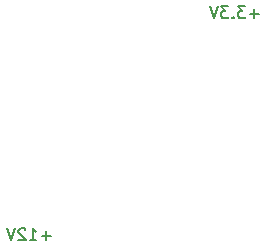
<source format=gbo>
G04 #@! TF.GenerationSoftware,KiCad,Pcbnew,(5.1.10-1-10_14)*
G04 #@! TF.CreationDate,2022-01-28T00:17:02+09:00*
G04 #@! TF.ProjectId,TireWarmer power board,54697265-5761-4726-9d65-7220706f7765,2.0*
G04 #@! TF.SameCoordinates,Original*
G04 #@! TF.FileFunction,Legend,Bot*
G04 #@! TF.FilePolarity,Positive*
%FSLAX46Y46*%
G04 Gerber Fmt 4.6, Leading zero omitted, Abs format (unit mm)*
G04 Created by KiCad (PCBNEW (5.1.10-1-10_14)) date 2022-01-28 00:17:02*
%MOMM*%
%LPD*%
G01*
G04 APERTURE LIST*
%ADD10C,0.150000*%
G04 APERTURE END LIST*
D10*
X88233000Y-72334428D02*
X87471095Y-72334428D01*
X87852047Y-72715380D02*
X87852047Y-71953476D01*
X87090142Y-71715380D02*
X86471095Y-71715380D01*
X86804428Y-72096333D01*
X86661571Y-72096333D01*
X86566333Y-72143952D01*
X86518714Y-72191571D01*
X86471095Y-72286809D01*
X86471095Y-72524904D01*
X86518714Y-72620142D01*
X86566333Y-72667761D01*
X86661571Y-72715380D01*
X86947285Y-72715380D01*
X87042523Y-72667761D01*
X87090142Y-72620142D01*
X86042523Y-72620142D02*
X85994904Y-72667761D01*
X86042523Y-72715380D01*
X86090142Y-72667761D01*
X86042523Y-72620142D01*
X86042523Y-72715380D01*
X85661571Y-71715380D02*
X85042523Y-71715380D01*
X85375857Y-72096333D01*
X85233000Y-72096333D01*
X85137761Y-72143952D01*
X85090142Y-72191571D01*
X85042523Y-72286809D01*
X85042523Y-72524904D01*
X85090142Y-72620142D01*
X85137761Y-72667761D01*
X85233000Y-72715380D01*
X85518714Y-72715380D01*
X85613952Y-72667761D01*
X85661571Y-72620142D01*
X84756809Y-71715380D02*
X84423476Y-72715380D01*
X84090142Y-71715380D01*
X70595904Y-91130428D02*
X69834000Y-91130428D01*
X70214952Y-91511380D02*
X70214952Y-90749476D01*
X68834000Y-91511380D02*
X69405428Y-91511380D01*
X69119714Y-91511380D02*
X69119714Y-90511380D01*
X69214952Y-90654238D01*
X69310190Y-90749476D01*
X69405428Y-90797095D01*
X68453047Y-90606619D02*
X68405428Y-90559000D01*
X68310190Y-90511380D01*
X68072095Y-90511380D01*
X67976857Y-90559000D01*
X67929238Y-90606619D01*
X67881619Y-90701857D01*
X67881619Y-90797095D01*
X67929238Y-90939952D01*
X68500666Y-91511380D01*
X67881619Y-91511380D01*
X67595904Y-90511380D02*
X67262571Y-91511380D01*
X66929238Y-90511380D01*
M02*

</source>
